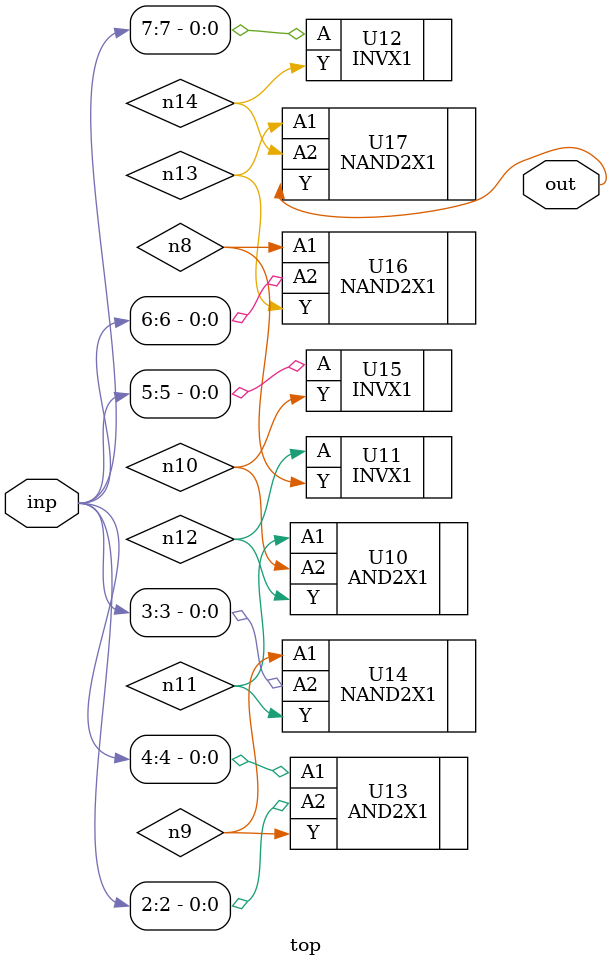
<source format=sv>


module top ( inp, out );
  input [7:0] inp;
  output out;
  wire   n8, n9, n10, n11, n12, n13, n14;

  AND2X1 U10 ( .A1(n11), .A2(n10), .Y(n12) );
  INVX1 U11 ( .A(n12), .Y(n8) );
  INVX1 U12 ( .A(inp[7]), .Y(n14) );
  AND2X1 U13 ( .A1(inp[4]), .A2(inp[2]), .Y(n9) );
  NAND2X1 U14 ( .A1(n9), .A2(inp[3]), .Y(n11) );
  INVX1 U15 ( .A(inp[5]), .Y(n10) );
  NAND2X1 U16 ( .A1(n8), .A2(inp[6]), .Y(n13) );
  NAND2X1 U17 ( .A1(n13), .A2(n14), .Y(out) );
endmodule


</source>
